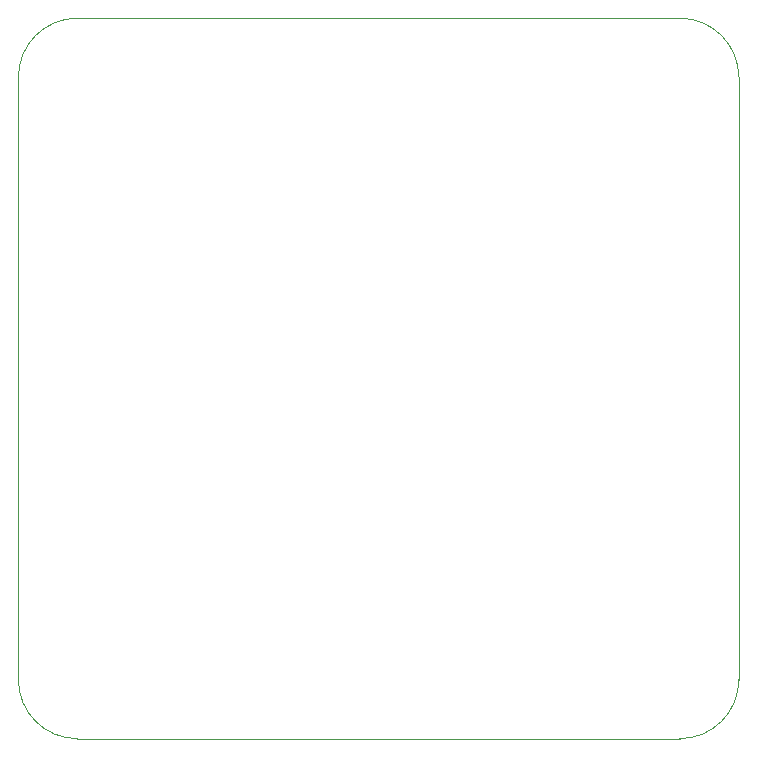
<source format=gm1>
G04 #@! TF.GenerationSoftware,KiCad,Pcbnew,9.0.4-9.0.4-0~ubuntu22.04.1*
G04 #@! TF.CreationDate,2025-12-08T20:55:34+05:30*
G04 #@! TF.ProjectId,ESP32_FC,45535033-325f-4464-932e-6b696361645f,rev?*
G04 #@! TF.SameCoordinates,Original*
G04 #@! TF.FileFunction,Profile,NP*
%FSLAX46Y46*%
G04 Gerber Fmt 4.6, Leading zero omitted, Abs format (unit mm)*
G04 Created by KiCad (PCBNEW 9.0.4-9.0.4-0~ubuntu22.04.1) date 2025-12-08 20:55:34*
%MOMM*%
%LPD*%
G01*
G04 APERTURE LIST*
G04 #@! TA.AperFunction,Profile*
%ADD10C,0.050000*%
G04 #@! TD*
G04 APERTURE END LIST*
D10*
X115000000Y-65000000D02*
X166000000Y-65000000D01*
X115000000Y-126000000D02*
X166000000Y-126000000D01*
X171000000Y-121000000D02*
G75*
G02*
X166000000Y-126000000I-5000000J0D01*
G01*
X115000000Y-126000000D02*
G75*
G02*
X110000000Y-121000000I0J5000000D01*
G01*
X110000000Y-70000000D02*
X110000000Y-121000000D01*
X166000000Y-65000000D02*
G75*
G02*
X171000000Y-70000000I0J-5000000D01*
G01*
X171000000Y-121000000D02*
X171000000Y-70000000D01*
X110000000Y-70000000D02*
G75*
G02*
X115000000Y-65000000I5000000J0D01*
G01*
M02*

</source>
